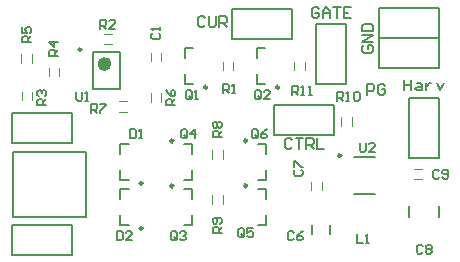
<source format=gto>
G04 Layer_Color=65535*
%FSLAX24Y24*%
%MOIN*%
G70*
G01*
G75*
%ADD29C,0.0098*%
%ADD30C,0.0236*%
%ADD31C,0.0039*%
%ADD32C,0.0079*%
%ADD33C,0.0050*%
%ADD34C,0.0060*%
D29*
X11232Y3569D02*
G03*
X11232Y3569I-49J0D01*
G01*
X8086Y4059D02*
G03*
X8086Y4059I-49J0D01*
G01*
Y2559D02*
G03*
X8086Y2559I-49J0D01*
G01*
X5636Y4059D02*
G03*
X5636Y4059I-49J0D01*
G01*
Y2559D02*
G03*
X5636Y2559I-49J0D01*
G01*
X4613Y2641D02*
G03*
X4613Y2641I-49J0D01*
G01*
Y1141D02*
G03*
X4613Y1141I-49J0D01*
G01*
X2573Y7099D02*
G03*
X2573Y7099I-49J0D01*
G01*
X9163Y5841D02*
G03*
X9163Y5841I-49J0D01*
G01*
X6763D02*
G03*
X6763Y5841I-49J0D01*
G01*
D30*
X3459Y6617D02*
G03*
X3459Y6617I-118J0D01*
G01*
D31*
X13662Y2773D02*
X13938D01*
X13662Y3117D02*
X13938D01*
X10577Y2412D02*
Y2688D01*
X10233Y2412D02*
Y2688D01*
X7277Y3462D02*
Y3738D01*
X6933Y3462D02*
Y3738D01*
X7277Y1962D02*
Y2238D01*
X6933Y1962D02*
Y2238D01*
X3812Y5377D02*
X4088D01*
X3812Y5033D02*
X4088D01*
X5227Y5362D02*
Y5638D01*
X4883Y5362D02*
Y5638D01*
X927Y5412D02*
Y5688D01*
X583Y5412D02*
Y5688D01*
X1827Y6212D02*
Y6488D01*
X1483Y6212D02*
Y6488D01*
X573Y6662D02*
Y6938D01*
X917Y6662D02*
Y6938D01*
X3312Y7627D02*
X3588D01*
X3312Y7283D02*
X3588D01*
X5227Y6712D02*
Y6988D01*
X4883Y6712D02*
Y6988D01*
X7627Y6412D02*
Y6688D01*
X7283Y6412D02*
Y6688D01*
X11577Y4562D02*
Y4838D01*
X11233Y4562D02*
Y4838D01*
X9673Y6412D02*
Y6688D01*
X10017Y6412D02*
Y6688D01*
D32*
X10255Y943D02*
Y1257D01*
X10845Y943D02*
Y1257D01*
X13478Y1503D02*
Y1897D01*
X14502Y1503D02*
Y1897D01*
X11656Y3510D02*
X12344D01*
X11656Y2290D02*
X12344D01*
X8726Y2759D02*
Y3074D01*
X8450Y2759D02*
X8726D01*
Y3626D02*
Y3941D01*
X8450D02*
X8726D01*
Y1259D02*
Y1574D01*
X8450Y1259D02*
X8726D01*
Y2126D02*
Y2441D01*
X8450D02*
X8726D01*
X6276Y2759D02*
Y3074D01*
X6000Y2759D02*
X6276D01*
Y3626D02*
Y3941D01*
X6000D02*
X6276D01*
Y1259D02*
Y1574D01*
X6000Y1259D02*
X6276D01*
Y2126D02*
Y2441D01*
X6000D02*
X6276D01*
X3874Y3626D02*
Y3941D01*
X4150D01*
X3874Y2759D02*
Y3074D01*
Y2759D02*
X4150D01*
X3874Y2126D02*
Y2441D01*
X4150D01*
X3874Y1259D02*
Y1574D01*
Y1259D02*
X4150D01*
X2947Y5790D02*
X3853D01*
X2947Y7010D02*
X3853D01*
Y5790D02*
Y7010D01*
X2947Y5790D02*
Y7010D01*
X8424Y6826D02*
Y7141D01*
X8700D01*
X8424Y5959D02*
Y6274D01*
Y5959D02*
X8700D01*
X6024Y6826D02*
Y7141D01*
X6300D01*
X6024Y5959D02*
Y6274D01*
Y5959D02*
X6300D01*
D33*
X14500Y7500D02*
Y8500D01*
X12500Y7500D02*
Y8500D01*
Y7500D02*
X14500D01*
X12500Y8500D02*
X14500D01*
Y6500D02*
Y7500D01*
X12500Y6500D02*
Y7500D01*
Y6500D02*
X14500D01*
X12500Y7500D02*
X14500D01*
X9600Y7450D02*
Y8450D01*
X7600Y7450D02*
Y8450D01*
Y7450D02*
X9600D01*
X7600Y8450D02*
X9600D01*
X10400Y5950D02*
X11400D01*
X10400Y7950D02*
X11400D01*
X10400Y5950D02*
Y7950D01*
X11400Y5950D02*
Y7950D01*
X11000Y4250D02*
Y5250D01*
X9000Y4250D02*
Y5250D01*
Y4250D02*
X11000D01*
X9000Y5250D02*
X11000D01*
X250Y250D02*
Y1250D01*
X2250Y250D02*
Y1250D01*
X250D02*
X2250D01*
X250Y250D02*
X2250D01*
X280Y3691D02*
X2720D01*
X280Y1509D02*
X2720D01*
Y3691D01*
X280Y1509D02*
Y3691D01*
X13500Y3500D02*
X14500D01*
X13500Y5500D02*
X14500D01*
X13500Y3500D02*
Y5500D01*
X14500Y3500D02*
Y5500D01*
X2250Y4000D02*
Y5000D01*
X250Y4000D02*
Y5000D01*
Y4000D02*
X2250D01*
X250Y5000D02*
X2250D01*
X4950Y7650D02*
X4900Y7600D01*
Y7500D01*
X4950Y7450D01*
X5150D01*
X5200Y7500D01*
Y7600D01*
X5150Y7650D01*
X5200Y7750D02*
Y7850D01*
Y7800D01*
X4900D01*
X4950Y7750D01*
X9650Y1000D02*
X9600Y1050D01*
X9500D01*
X9450Y1000D01*
Y800D01*
X9500Y750D01*
X9600D01*
X9650Y800D01*
X9950Y1050D02*
X9850Y1000D01*
X9750Y900D01*
Y800D01*
X9800Y750D01*
X9900D01*
X9950Y800D01*
Y850D01*
X9900Y900D01*
X9750D01*
X9700Y3100D02*
X9650Y3050D01*
Y2950D01*
X9700Y2900D01*
X9900D01*
X9950Y2950D01*
Y3050D01*
X9900Y3100D01*
X9650Y3200D02*
Y3400D01*
X9700D01*
X9900Y3200D01*
X9950D01*
X13950Y550D02*
X13900Y600D01*
X13800D01*
X13750Y550D01*
Y350D01*
X13800Y300D01*
X13900D01*
X13950Y350D01*
X14050Y550D02*
X14100Y600D01*
X14200D01*
X14250Y550D01*
Y500D01*
X14200Y450D01*
X14250Y400D01*
Y350D01*
X14200Y300D01*
X14100D01*
X14050Y350D01*
Y400D01*
X14100Y450D01*
X14050Y500D01*
Y550D01*
X14100Y450D02*
X14200D01*
X14500Y3050D02*
X14450Y3100D01*
X14350D01*
X14300Y3050D01*
Y2850D01*
X14350Y2800D01*
X14450D01*
X14500Y2850D01*
X14600D02*
X14650Y2800D01*
X14750D01*
X14800Y2850D01*
Y3050D01*
X14750Y3100D01*
X14650D01*
X14600Y3050D01*
Y3000D01*
X14650Y2950D01*
X14800D01*
X4200Y4450D02*
Y4150D01*
X4350D01*
X4400Y4200D01*
Y4400D01*
X4350Y4450D01*
X4200D01*
X4500Y4150D02*
X4600D01*
X4550D01*
Y4450D01*
X4500Y4400D01*
X3750Y1050D02*
Y750D01*
X3900D01*
X3950Y800D01*
Y1000D01*
X3900Y1050D01*
X3750D01*
X4250Y750D02*
X4050D01*
X4250Y950D01*
Y1000D01*
X4200Y1050D01*
X4100D01*
X4050Y1000D01*
X11750Y950D02*
Y650D01*
X11950D01*
X12050D02*
X12150D01*
X12100D01*
Y950D01*
X12050Y900D01*
X6250Y5500D02*
Y5700D01*
X6200Y5750D01*
X6100D01*
X6050Y5700D01*
Y5500D01*
X6100Y5450D01*
X6200D01*
X6150Y5550D02*
X6250Y5450D01*
X6200D02*
X6250Y5500D01*
X6350Y5450D02*
X6450D01*
X6400D01*
Y5750D01*
X6350Y5700D01*
X8550Y5500D02*
Y5700D01*
X8500Y5750D01*
X8400D01*
X8350Y5700D01*
Y5500D01*
X8400Y5450D01*
X8500D01*
X8450Y5550D02*
X8550Y5450D01*
X8500D02*
X8550Y5500D01*
X8850Y5450D02*
X8650D01*
X8850Y5650D01*
Y5700D01*
X8800Y5750D01*
X8700D01*
X8650Y5700D01*
X5750Y800D02*
Y1000D01*
X5700Y1050D01*
X5600D01*
X5550Y1000D01*
Y800D01*
X5600Y750D01*
X5700D01*
X5650Y850D02*
X5750Y750D01*
X5700D02*
X5750Y800D01*
X5850Y1000D02*
X5900Y1050D01*
X6000D01*
X6050Y1000D01*
Y950D01*
X6000Y900D01*
X5950D01*
X6000D01*
X6050Y850D01*
Y800D01*
X6000Y750D01*
X5900D01*
X5850Y800D01*
X6100Y4200D02*
Y4400D01*
X6050Y4450D01*
X5950D01*
X5900Y4400D01*
Y4200D01*
X5950Y4150D01*
X6050D01*
X6000Y4250D02*
X6100Y4150D01*
X6050D02*
X6100Y4200D01*
X6350Y4150D02*
Y4450D01*
X6200Y4300D01*
X6400D01*
X8000Y900D02*
Y1100D01*
X7950Y1150D01*
X7850D01*
X7800Y1100D01*
Y900D01*
X7850Y850D01*
X7950D01*
X7900Y950D02*
X8000Y850D01*
X7950D02*
X8000Y900D01*
X8300Y1150D02*
X8100D01*
Y1000D01*
X8200Y1050D01*
X8250D01*
X8300Y1000D01*
Y900D01*
X8250Y850D01*
X8150D01*
X8100Y900D01*
X8450Y4200D02*
Y4400D01*
X8400Y4450D01*
X8300D01*
X8250Y4400D01*
Y4200D01*
X8300Y4150D01*
X8400D01*
X8350Y4250D02*
X8450Y4150D01*
X8400D02*
X8450Y4200D01*
X8750Y4450D02*
X8650Y4400D01*
X8550Y4300D01*
Y4200D01*
X8600Y4150D01*
X8700D01*
X8750Y4200D01*
Y4250D01*
X8700Y4300D01*
X8550D01*
X7300Y5650D02*
Y5950D01*
X7450D01*
X7500Y5900D01*
Y5800D01*
X7450Y5750D01*
X7300D01*
X7400D02*
X7500Y5650D01*
X7600D02*
X7700D01*
X7650D01*
Y5950D01*
X7600Y5900D01*
X3200Y7800D02*
Y8100D01*
X3350D01*
X3400Y8050D01*
Y7950D01*
X3350Y7900D01*
X3200D01*
X3300D02*
X3400Y7800D01*
X3700D02*
X3500D01*
X3700Y8000D01*
Y8050D01*
X3650Y8100D01*
X3550D01*
X3500Y8050D01*
X1400Y5250D02*
X1100D01*
Y5400D01*
X1150Y5450D01*
X1250D01*
X1300Y5400D01*
Y5250D01*
Y5350D02*
X1400Y5450D01*
X1150Y5550D02*
X1100Y5600D01*
Y5700D01*
X1150Y5750D01*
X1200D01*
X1250Y5700D01*
Y5650D01*
Y5700D01*
X1300Y5750D01*
X1350D01*
X1400Y5700D01*
Y5600D01*
X1350Y5550D01*
X1800Y6900D02*
X1500D01*
Y7050D01*
X1550Y7100D01*
X1650D01*
X1700Y7050D01*
Y6900D01*
Y7000D02*
X1800Y7100D01*
Y7350D02*
X1500D01*
X1650Y7200D01*
Y7400D01*
X900Y7350D02*
X600D01*
Y7500D01*
X650Y7550D01*
X750D01*
X800Y7500D01*
Y7350D01*
Y7450D02*
X900Y7550D01*
X600Y7850D02*
Y7650D01*
X750D01*
X700Y7750D01*
Y7800D01*
X750Y7850D01*
X850D01*
X900Y7800D01*
Y7700D01*
X850Y7650D01*
X5700Y5250D02*
X5400D01*
Y5400D01*
X5450Y5450D01*
X5550D01*
X5600Y5400D01*
Y5250D01*
Y5350D02*
X5700Y5450D01*
X5400Y5750D02*
X5450Y5650D01*
X5550Y5550D01*
X5650D01*
X5700Y5600D01*
Y5700D01*
X5650Y5750D01*
X5600D01*
X5550Y5700D01*
Y5550D01*
X2900Y5000D02*
Y5300D01*
X3050D01*
X3100Y5250D01*
Y5150D01*
X3050Y5100D01*
X2900D01*
X3000D02*
X3100Y5000D01*
X3200Y5300D02*
X3400D01*
Y5250D01*
X3200Y5050D01*
Y5000D01*
X7250Y4200D02*
X6950D01*
Y4350D01*
X7000Y4400D01*
X7100D01*
X7150Y4350D01*
Y4200D01*
Y4300D02*
X7250Y4400D01*
X7000Y4500D02*
X6950Y4550D01*
Y4650D01*
X7000Y4700D01*
X7050D01*
X7100Y4650D01*
X7150Y4700D01*
X7200D01*
X7250Y4650D01*
Y4550D01*
X7200Y4500D01*
X7150D01*
X7100Y4550D01*
X7050Y4500D01*
X7000D01*
X7100Y4550D02*
Y4650D01*
X7250Y1000D02*
X6950D01*
Y1150D01*
X7000Y1200D01*
X7100D01*
X7150Y1150D01*
Y1000D01*
Y1100D02*
X7250Y1200D01*
X7200Y1300D02*
X7250Y1350D01*
Y1450D01*
X7200Y1500D01*
X7000D01*
X6950Y1450D01*
Y1350D01*
X7000Y1300D01*
X7050D01*
X7100Y1350D01*
Y1500D01*
X2400Y5700D02*
Y5450D01*
X2450Y5400D01*
X2550D01*
X2600Y5450D01*
Y5700D01*
X2700Y5400D02*
X2800D01*
X2750D01*
Y5700D01*
X2700Y5650D01*
X11850Y4000D02*
Y3750D01*
X11900Y3700D01*
X12000D01*
X12050Y3750D01*
Y4000D01*
X12350Y3700D02*
X12150D01*
X12350Y3900D01*
Y3950D01*
X12300Y4000D01*
X12200D01*
X12150Y3950D01*
X11100Y5400D02*
Y5700D01*
X11250D01*
X11300Y5650D01*
Y5550D01*
X11250Y5500D01*
X11100D01*
X11200D02*
X11300Y5400D01*
X11400D02*
X11500D01*
X11450D01*
Y5700D01*
X11400Y5650D01*
X11650D02*
X11700Y5700D01*
X11800D01*
X11850Y5650D01*
Y5450D01*
X11800Y5400D01*
X11700D01*
X11650Y5450D01*
Y5650D01*
X9600Y5600D02*
Y5900D01*
X9750D01*
X9800Y5850D01*
Y5750D01*
X9750Y5700D01*
X9600D01*
X9700D02*
X9800Y5600D01*
X9900D02*
X10000D01*
X9950D01*
Y5900D01*
X9900Y5850D01*
X10150Y5600D02*
X10250D01*
X10200D01*
Y5900D01*
X10150Y5850D01*
D34*
X6690Y8150D02*
X6630Y8210D01*
X6510D01*
X6450Y8150D01*
Y7910D01*
X6510Y7850D01*
X6630D01*
X6690Y7910D01*
X6810Y8210D02*
Y7910D01*
X6870Y7850D01*
X6990D01*
X7050Y7910D01*
Y8210D01*
X7170Y7850D02*
Y8210D01*
X7350D01*
X7410Y8150D01*
Y8030D01*
X7350Y7970D01*
X7170D01*
X7290D02*
X7410Y7850D01*
X10490Y8450D02*
X10430Y8510D01*
X10310D01*
X10250Y8450D01*
Y8210D01*
X10310Y8150D01*
X10430D01*
X10490Y8210D01*
Y8330D01*
X10370D01*
X10610Y8150D02*
Y8390D01*
X10730Y8510D01*
X10850Y8390D01*
Y8150D01*
Y8330D01*
X10610D01*
X10970Y8510D02*
X11210D01*
X11090D01*
Y8150D01*
X11570Y8510D02*
X11330D01*
Y8150D01*
X11570D01*
X11330Y8330D02*
X11450D01*
X9590Y4100D02*
X9530Y4160D01*
X9410D01*
X9350Y4100D01*
Y3860D01*
X9410Y3800D01*
X9530D01*
X9590Y3860D01*
X9710Y4160D02*
X9950D01*
X9830D01*
Y3800D01*
X10070D02*
Y4160D01*
X10250D01*
X10310Y4100D01*
Y3980D01*
X10250Y3920D01*
X10070D01*
X10190D02*
X10310Y3800D01*
X10430Y4160D02*
Y3800D01*
X10670D01*
X12000Y7240D02*
X11940Y7180D01*
Y7060D01*
X12000Y7000D01*
X12240D01*
X12300Y7060D01*
Y7180D01*
X12240Y7240D01*
X12120D01*
Y7120D01*
X12300Y7360D02*
X11940D01*
X12300Y7600D01*
X11940D01*
Y7720D02*
X12300D01*
Y7900D01*
X12240Y7960D01*
X12000D01*
X11940Y7900D01*
Y7720D01*
X13337Y6096D02*
Y5737D01*
Y5916D01*
X13576D01*
Y6096D01*
Y5737D01*
X13756Y5976D02*
X13876D01*
X13936Y5916D01*
Y5737D01*
X13756D01*
X13696Y5796D01*
X13756Y5856D01*
X13936D01*
X14056Y5976D02*
Y5737D01*
Y5856D01*
X14116Y5916D01*
X14176Y5976D01*
X14236D01*
X14416D02*
X14536Y5737D01*
X14656Y5976D01*
X12100Y5600D02*
Y5960D01*
X12280D01*
X12340Y5900D01*
Y5780D01*
X12280Y5720D01*
X12100D01*
X12700Y5900D02*
X12640Y5960D01*
X12520D01*
X12460Y5900D01*
Y5660D01*
X12520Y5600D01*
X12640D01*
X12700Y5660D01*
Y5780D01*
X12580D01*
M02*

</source>
